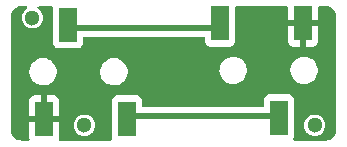
<source format=gtl>
G04 #@! TF.GenerationSoftware,KiCad,Pcbnew,(6.0.2)*
G04 #@! TF.CreationDate,2022-09-05T01:34:10-04:00*
G04 #@! TF.ProjectId,midi-trs-a-b-conveter,6d696469-2d74-4727-932d-612d622d636f,rev?*
G04 #@! TF.SameCoordinates,PX7c5bf00PY5fb3830*
G04 #@! TF.FileFunction,Copper,L1,Top*
G04 #@! TF.FilePolarity,Positive*
%FSLAX46Y46*%
G04 Gerber Fmt 4.6, Leading zero omitted, Abs format (unit mm)*
G04 Created by KiCad (PCBNEW (6.0.2)) date 2022-09-05 01:34:10*
%MOMM*%
%LPD*%
G01*
G04 APERTURE LIST*
G04 #@! TA.AperFunction,SMDPad,CuDef*
%ADD10R,1.500000X3.000000*%
G04 #@! TD*
G04 #@! TA.AperFunction,ComponentPad*
%ADD11C,1.300000*%
G04 #@! TD*
G04 #@! TA.AperFunction,Conductor*
%ADD12C,0.500000*%
G04 #@! TD*
G04 APERTURE END LIST*
D10*
G04 #@! TO.P,U1,1*
G04 #@! TO.N,GND*
X25450000Y10550000D03*
G04 #@! TO.P,U1,2*
G04 #@! TO.N,Net-(U1-Pad2)*
X18450000Y10550000D03*
G04 #@! TO.P,U1,3*
G04 #@! TO.N,Net-(U1-Pad3)*
X23450000Y2550000D03*
G04 #@! TD*
G04 #@! TO.P,U2,1*
G04 #@! TO.N,GND*
X3550000Y2430000D03*
G04 #@! TO.P,U2,2*
G04 #@! TO.N,Net-(U1-Pad3)*
X10550000Y2430000D03*
G04 #@! TO.P,U2,3*
G04 #@! TO.N,Net-(U1-Pad2)*
X5550000Y10430000D03*
G04 #@! TD*
D11*
G04 #@! TO.P,,1*
G04 #@! TO.N,N/C*
X6950000Y1900000D03*
G04 #@! TD*
G04 #@! TO.P,,1*
G04 #@! TO.N,N/C*
X26450000Y1900000D03*
G04 #@! TD*
G04 #@! TO.P,REF\u002A\u002A,1*
G04 #@! TO.N,N/C*
X2550000Y11000000D03*
G04 #@! TD*
D12*
G04 #@! TO.N,Net-(U1-Pad3)*
X10770000Y2650000D02*
X10550000Y2430000D01*
X23400000Y2650000D02*
X10770000Y2650000D01*
G04 #@! TO.N,Net-(U1-Pad2)*
X6300000Y10150000D02*
X18200000Y10150000D01*
G04 #@! TD*
G04 #@! TA.AperFunction,Conductor*
G04 #@! TO.N,GND*
G36*
X2063683Y11971998D02*
G01*
X2110176Y11918342D01*
X2120280Y11848068D01*
X2090786Y11783488D01*
X2069625Y11764066D01*
X1944129Y11672888D01*
X1939716Y11667986D01*
X1939714Y11667985D01*
X1914527Y11640012D01*
X1817467Y11532216D01*
X1722821Y11368284D01*
X1664326Y11188256D01*
X1663636Y11181695D01*
X1663636Y11181693D01*
X1661401Y11160423D01*
X1644540Y11000000D01*
X1645230Y10993435D01*
X1652055Y10928502D01*
X1664326Y10811744D01*
X1722821Y10631716D01*
X1817467Y10467784D01*
X1944129Y10327112D01*
X1949468Y10323233D01*
X1993111Y10291525D01*
X2097270Y10215849D01*
X2270197Y10138856D01*
X2368212Y10118022D01*
X2448897Y10100872D01*
X2448901Y10100872D01*
X2455354Y10099500D01*
X2644646Y10099500D01*
X2651099Y10100872D01*
X2651103Y10100872D01*
X2731788Y10118022D01*
X2829803Y10138856D01*
X3002730Y10215849D01*
X3106890Y10291525D01*
X3150532Y10323233D01*
X3155871Y10327112D01*
X3282533Y10467784D01*
X3377179Y10631716D01*
X3435674Y10811744D01*
X3447946Y10928502D01*
X3454770Y10993435D01*
X3455460Y11000000D01*
X3438599Y11160423D01*
X3436364Y11181693D01*
X3436364Y11181695D01*
X3435674Y11188256D01*
X3377179Y11368284D01*
X3282533Y11532216D01*
X3185473Y11640012D01*
X3160286Y11667985D01*
X3160284Y11667986D01*
X3155871Y11672888D01*
X3030376Y11764065D01*
X2987023Y11820286D01*
X2980948Y11891022D01*
X3014079Y11953814D01*
X3075899Y11988725D01*
X3104438Y11992000D01*
X4165500Y11992000D01*
X4233621Y11971998D01*
X4280114Y11918342D01*
X4291500Y11866000D01*
X4291500Y8881866D01*
X4298255Y8819684D01*
X4349385Y8683295D01*
X4436739Y8566739D01*
X4553295Y8479385D01*
X4689684Y8428255D01*
X4751866Y8421500D01*
X6348134Y8421500D01*
X6410316Y8428255D01*
X6546705Y8479385D01*
X6663261Y8566739D01*
X6750615Y8683295D01*
X6801745Y8819684D01*
X6808500Y8881866D01*
X6808500Y9265500D01*
X6828502Y9333621D01*
X6882158Y9380114D01*
X6934500Y9391500D01*
X17065500Y9391500D01*
X17133621Y9371498D01*
X17180114Y9317842D01*
X17191500Y9265500D01*
X17191500Y9001866D01*
X17198255Y8939684D01*
X17249385Y8803295D01*
X17336739Y8686739D01*
X17453295Y8599385D01*
X17589684Y8548255D01*
X17651866Y8541500D01*
X19248134Y8541500D01*
X19310316Y8548255D01*
X19446705Y8599385D01*
X19563261Y8686739D01*
X19650615Y8803295D01*
X19701745Y8939684D01*
X19708500Y9001866D01*
X19708500Y9005331D01*
X24192001Y9005331D01*
X24192371Y8998510D01*
X24197895Y8947648D01*
X24201521Y8932396D01*
X24246676Y8811946D01*
X24255214Y8796351D01*
X24331715Y8694276D01*
X24344276Y8681715D01*
X24446351Y8605214D01*
X24461946Y8596676D01*
X24582394Y8551522D01*
X24597649Y8547895D01*
X24648514Y8542369D01*
X24655328Y8542000D01*
X25177885Y8542000D01*
X25193124Y8546475D01*
X25194329Y8547865D01*
X25196000Y8555548D01*
X25196000Y8560116D01*
X25704000Y8560116D01*
X25708475Y8544877D01*
X25709865Y8543672D01*
X25717548Y8542001D01*
X26244669Y8542001D01*
X26251490Y8542371D01*
X26302352Y8547895D01*
X26317604Y8551521D01*
X26438054Y8596676D01*
X26453649Y8605214D01*
X26555724Y8681715D01*
X26568285Y8694276D01*
X26644786Y8796351D01*
X26653324Y8811946D01*
X26698478Y8932394D01*
X26702105Y8947649D01*
X26707631Y8998514D01*
X26708000Y9005328D01*
X26708000Y10277885D01*
X26703525Y10293124D01*
X26702135Y10294329D01*
X26694452Y10296000D01*
X25722115Y10296000D01*
X25706876Y10291525D01*
X25705671Y10290135D01*
X25704000Y10282452D01*
X25704000Y8560116D01*
X25196000Y8560116D01*
X25196000Y10277885D01*
X25191525Y10293124D01*
X25190135Y10294329D01*
X25182452Y10296000D01*
X24210116Y10296000D01*
X24194877Y10291525D01*
X24193672Y10290135D01*
X24192001Y10282452D01*
X24192001Y9005331D01*
X19708500Y9005331D01*
X19708500Y11866000D01*
X19728502Y11934121D01*
X19782158Y11980614D01*
X19834500Y11992000D01*
X24066000Y11992000D01*
X24134121Y11971998D01*
X24180614Y11918342D01*
X24192000Y11866000D01*
X24192000Y10822115D01*
X24196475Y10806876D01*
X24197865Y10805671D01*
X24205548Y10804000D01*
X26689884Y10804000D01*
X26705123Y10808475D01*
X26706328Y10809865D01*
X26707999Y10817548D01*
X26707999Y11866000D01*
X26728001Y11934121D01*
X26781657Y11980614D01*
X26833999Y11992000D01*
X27400672Y11992000D01*
X27420057Y11990500D01*
X27434858Y11988195D01*
X27434861Y11988195D01*
X27443730Y11986814D01*
X27454728Y11988252D01*
X27483411Y11988709D01*
X27592161Y11977998D01*
X27616383Y11973181D01*
X27741212Y11935315D01*
X27764030Y11925863D01*
X27879073Y11864371D01*
X27899605Y11850652D01*
X27980636Y11784151D01*
X28000436Y11767902D01*
X28017901Y11750437D01*
X28085568Y11667985D01*
X28100650Y11649607D01*
X28114371Y11629073D01*
X28166143Y11532216D01*
X28175862Y11514033D01*
X28185315Y11491212D01*
X28223181Y11366383D01*
X28227999Y11342158D01*
X28238044Y11240166D01*
X28237592Y11224123D01*
X28238305Y11224114D01*
X28238196Y11215145D01*
X28236814Y11206270D01*
X28238349Y11194534D01*
X28240936Y11174749D01*
X28242000Y11158411D01*
X28242000Y1449328D01*
X28240500Y1429944D01*
X28236814Y1406270D01*
X28238252Y1395272D01*
X28238709Y1366588D01*
X28227999Y1257842D01*
X28223181Y1233617D01*
X28185315Y1108788D01*
X28175863Y1085970D01*
X28130909Y1001866D01*
X28114373Y970930D01*
X28100652Y950395D01*
X28017902Y849564D01*
X28000437Y832099D01*
X27954634Y794509D01*
X27899607Y749350D01*
X27879073Y735629D01*
X27764030Y674137D01*
X27741212Y664685D01*
X27616383Y626819D01*
X27592161Y622002D01*
X27490164Y611956D01*
X27474123Y612408D01*
X27474114Y611695D01*
X27465145Y611804D01*
X27456270Y613186D01*
X27424749Y609064D01*
X27408411Y608000D01*
X24754874Y608000D01*
X24686753Y628002D01*
X24640260Y681658D01*
X24630156Y751932D01*
X24644354Y794509D01*
X24645232Y796112D01*
X24650615Y803295D01*
X24664365Y839971D01*
X24684024Y892414D01*
X24701745Y939684D01*
X24708500Y1001866D01*
X24708500Y1900000D01*
X25544540Y1900000D01*
X25545230Y1893435D01*
X25551517Y1833621D01*
X25564326Y1711744D01*
X25622821Y1531716D01*
X25626124Y1525994D01*
X25626125Y1525993D01*
X25707232Y1385512D01*
X25717467Y1367784D01*
X25721885Y1362877D01*
X25721886Y1362876D01*
X25816460Y1257842D01*
X25844129Y1227112D01*
X25849468Y1223233D01*
X25931680Y1163503D01*
X25997270Y1115849D01*
X26170197Y1038856D01*
X26268212Y1018022D01*
X26348897Y1000872D01*
X26348901Y1000872D01*
X26355354Y999500D01*
X26544646Y999500D01*
X26551099Y1000872D01*
X26551103Y1000872D01*
X26631788Y1018022D01*
X26729803Y1038856D01*
X26902730Y1115849D01*
X26968321Y1163503D01*
X27050532Y1223233D01*
X27055871Y1227112D01*
X27083541Y1257842D01*
X27178114Y1362876D01*
X27178115Y1362877D01*
X27182533Y1367784D01*
X27192768Y1385512D01*
X27273875Y1525993D01*
X27273876Y1525994D01*
X27277179Y1531716D01*
X27335674Y1711744D01*
X27348484Y1833621D01*
X27354770Y1893435D01*
X27355460Y1900000D01*
X27335674Y2088256D01*
X27277179Y2268284D01*
X27182533Y2432216D01*
X27055871Y2572888D01*
X26902730Y2684151D01*
X26729803Y2761144D01*
X26631788Y2781978D01*
X26551103Y2799128D01*
X26551099Y2799128D01*
X26544646Y2800500D01*
X26355354Y2800500D01*
X26348901Y2799128D01*
X26348897Y2799128D01*
X26268212Y2781978D01*
X26170197Y2761144D01*
X25997270Y2684151D01*
X25844129Y2572888D01*
X25717467Y2432216D01*
X25622821Y2268284D01*
X25564326Y2088256D01*
X25544540Y1900000D01*
X24708500Y1900000D01*
X24708500Y4098134D01*
X24701745Y4160316D01*
X24650615Y4296705D01*
X24563261Y4413261D01*
X24446705Y4500615D01*
X24310316Y4551745D01*
X24248134Y4558500D01*
X22651866Y4558500D01*
X22589684Y4551745D01*
X22453295Y4500615D01*
X22336739Y4413261D01*
X22249385Y4296705D01*
X22198255Y4160316D01*
X22191500Y4098134D01*
X22191500Y3534500D01*
X22171498Y3466379D01*
X22117842Y3419886D01*
X22065500Y3408500D01*
X11934500Y3408500D01*
X11866379Y3428502D01*
X11819886Y3482158D01*
X11808500Y3534500D01*
X11808500Y3978134D01*
X11801745Y4040316D01*
X11750615Y4176705D01*
X11663261Y4293261D01*
X11546705Y4380615D01*
X11410316Y4431745D01*
X11348134Y4438500D01*
X9751866Y4438500D01*
X9689684Y4431745D01*
X9553295Y4380615D01*
X9436739Y4293261D01*
X9349385Y4176705D01*
X9298255Y4040316D01*
X9291500Y3978134D01*
X9291500Y881866D01*
X9298255Y819684D01*
X9301028Y812286D01*
X9301030Y812279D01*
X9313795Y778228D01*
X9318978Y707421D01*
X9285056Y645053D01*
X9222801Y610924D01*
X9195813Y608000D01*
X4903653Y608000D01*
X4835532Y628002D01*
X4789039Y681658D01*
X4778935Y751932D01*
X4785671Y778229D01*
X4798478Y812391D01*
X4802105Y827649D01*
X4807631Y878514D01*
X4808000Y885328D01*
X4808000Y1900000D01*
X6044540Y1900000D01*
X6045230Y1893435D01*
X6051517Y1833621D01*
X6064326Y1711744D01*
X6122821Y1531716D01*
X6126124Y1525994D01*
X6126125Y1525993D01*
X6207232Y1385512D01*
X6217467Y1367784D01*
X6221885Y1362877D01*
X6221886Y1362876D01*
X6316460Y1257842D01*
X6344129Y1227112D01*
X6349468Y1223233D01*
X6431680Y1163503D01*
X6497270Y1115849D01*
X6670197Y1038856D01*
X6768212Y1018022D01*
X6848897Y1000872D01*
X6848901Y1000872D01*
X6855354Y999500D01*
X7044646Y999500D01*
X7051099Y1000872D01*
X7051103Y1000872D01*
X7131788Y1018022D01*
X7229803Y1038856D01*
X7402730Y1115849D01*
X7468321Y1163503D01*
X7550532Y1223233D01*
X7555871Y1227112D01*
X7583541Y1257842D01*
X7678114Y1362876D01*
X7678115Y1362877D01*
X7682533Y1367784D01*
X7692768Y1385512D01*
X7773875Y1525993D01*
X7773876Y1525994D01*
X7777179Y1531716D01*
X7835674Y1711744D01*
X7848484Y1833621D01*
X7854770Y1893435D01*
X7855460Y1900000D01*
X7835674Y2088256D01*
X7777179Y2268284D01*
X7682533Y2432216D01*
X7555871Y2572888D01*
X7402730Y2684151D01*
X7229803Y2761144D01*
X7131788Y2781978D01*
X7051103Y2799128D01*
X7051099Y2799128D01*
X7044646Y2800500D01*
X6855354Y2800500D01*
X6848901Y2799128D01*
X6848897Y2799128D01*
X6768212Y2781978D01*
X6670197Y2761144D01*
X6497270Y2684151D01*
X6344129Y2572888D01*
X6217467Y2432216D01*
X6122821Y2268284D01*
X6064326Y2088256D01*
X6044540Y1900000D01*
X4808000Y1900000D01*
X4808000Y2157885D01*
X4803525Y2173124D01*
X4802135Y2174329D01*
X4794452Y2176000D01*
X2310116Y2176000D01*
X2294877Y2171525D01*
X2293672Y2170135D01*
X2292001Y2162452D01*
X2292001Y885331D01*
X2292371Y878510D01*
X2297895Y827648D01*
X2301522Y812393D01*
X2314329Y778229D01*
X2319512Y707422D01*
X2285591Y645053D01*
X2223335Y610924D01*
X2196347Y608000D01*
X1599328Y608000D01*
X1579943Y609500D01*
X1565142Y611805D01*
X1565139Y611805D01*
X1556270Y613186D01*
X1545272Y611748D01*
X1516589Y611291D01*
X1407839Y622002D01*
X1383617Y626819D01*
X1258788Y664685D01*
X1235970Y674137D01*
X1120927Y735629D01*
X1100393Y749350D01*
X1045367Y794509D01*
X999563Y832099D01*
X982098Y849564D01*
X899348Y950395D01*
X885627Y970930D01*
X869092Y1001866D01*
X824137Y1085970D01*
X814685Y1108788D01*
X776819Y1233617D01*
X772001Y1257842D01*
X761956Y1359834D01*
X762408Y1375877D01*
X761695Y1375886D01*
X761804Y1384855D01*
X763186Y1393730D01*
X759064Y1425252D01*
X758000Y1441589D01*
X758000Y2702115D01*
X2292000Y2702115D01*
X2296475Y2686876D01*
X2297865Y2685671D01*
X2305548Y2684000D01*
X3277885Y2684000D01*
X3293124Y2688475D01*
X3294329Y2689865D01*
X3296000Y2697548D01*
X3296000Y2702115D01*
X3804000Y2702115D01*
X3808475Y2686876D01*
X3809865Y2685671D01*
X3817548Y2684000D01*
X4789884Y2684000D01*
X4805123Y2688475D01*
X4806328Y2689865D01*
X4807999Y2697548D01*
X4807999Y3974669D01*
X4807629Y3981490D01*
X4802105Y4032352D01*
X4798479Y4047604D01*
X4753324Y4168054D01*
X4744786Y4183649D01*
X4668285Y4285724D01*
X4655724Y4298285D01*
X4553649Y4374786D01*
X4538054Y4383324D01*
X4417606Y4428478D01*
X4402351Y4432105D01*
X4351486Y4437631D01*
X4344672Y4438000D01*
X3822115Y4438000D01*
X3806876Y4433525D01*
X3805671Y4432135D01*
X3804000Y4424452D01*
X3804000Y2702115D01*
X3296000Y2702115D01*
X3296000Y4419884D01*
X3291525Y4435123D01*
X3290135Y4436328D01*
X3282452Y4437999D01*
X2755331Y4437999D01*
X2748510Y4437629D01*
X2697648Y4432105D01*
X2682396Y4428479D01*
X2561946Y4383324D01*
X2546351Y4374786D01*
X2444276Y4298285D01*
X2431715Y4285724D01*
X2355214Y4183649D01*
X2346676Y4168054D01*
X2301522Y4047606D01*
X2297895Y4032351D01*
X2292369Y3981486D01*
X2292000Y3974672D01*
X2292000Y2702115D01*
X758000Y2702115D01*
X758000Y6338716D01*
X2290124Y6338716D01*
X2291103Y6333019D01*
X2291103Y6333018D01*
X2310599Y6219559D01*
X2326181Y6128874D01*
X2399875Y5929116D01*
X2508739Y5746134D01*
X2649125Y5586054D01*
X2816333Y5454238D01*
X2821444Y5451549D01*
X2821447Y5451547D01*
X2908987Y5405490D01*
X3004762Y5355100D01*
X3010283Y5353386D01*
X3010287Y5353384D01*
X3180623Y5300494D01*
X3208102Y5291961D01*
X3380982Y5271500D01*
X3504013Y5271500D01*
X3589645Y5279368D01*
X3656270Y5285490D01*
X3656273Y5285491D01*
X3662024Y5286019D01*
X3683093Y5291961D01*
X3861389Y5342246D01*
X3861391Y5342247D01*
X3866948Y5343814D01*
X3872123Y5346366D01*
X3872128Y5346368D01*
X4052727Y5435430D01*
X4057908Y5437985D01*
X4092498Y5463814D01*
X4215187Y5555430D01*
X4228509Y5565378D01*
X4373037Y5721729D01*
X4486653Y5901799D01*
X4565551Y6099559D01*
X4570305Y6123456D01*
X4605962Y6302718D01*
X4605962Y6302720D01*
X4607089Y6308385D01*
X4607412Y6333018D01*
X4607487Y6338716D01*
X8290124Y6338716D01*
X8291103Y6333019D01*
X8291103Y6333018D01*
X8310599Y6219559D01*
X8326181Y6128874D01*
X8399875Y5929116D01*
X8508739Y5746134D01*
X8649125Y5586054D01*
X8816333Y5454238D01*
X8821444Y5451549D01*
X8821447Y5451547D01*
X8908987Y5405490D01*
X9004762Y5355100D01*
X9010283Y5353386D01*
X9010287Y5353384D01*
X9180623Y5300494D01*
X9208102Y5291961D01*
X9380982Y5271500D01*
X9504013Y5271500D01*
X9589645Y5279368D01*
X9656270Y5285490D01*
X9656273Y5285491D01*
X9662024Y5286019D01*
X9683093Y5291961D01*
X9861389Y5342246D01*
X9861391Y5342247D01*
X9866948Y5343814D01*
X9872123Y5346366D01*
X9872128Y5346368D01*
X10052727Y5435430D01*
X10057908Y5437985D01*
X10092498Y5463814D01*
X10215187Y5555430D01*
X10228509Y5565378D01*
X10373037Y5721729D01*
X10486653Y5901799D01*
X10565551Y6099559D01*
X10570305Y6123456D01*
X10605962Y6302718D01*
X10605962Y6302720D01*
X10607089Y6308385D01*
X10607412Y6333018D01*
X10608660Y6428385D01*
X10609057Y6458716D01*
X18390124Y6458716D01*
X18391103Y6453019D01*
X18391103Y6453018D01*
X18411723Y6333018D01*
X18426181Y6248874D01*
X18499875Y6049116D01*
X18608739Y5866134D01*
X18749125Y5706054D01*
X18916333Y5574238D01*
X18921444Y5571549D01*
X18921447Y5571547D01*
X19024961Y5517085D01*
X19104762Y5475100D01*
X19110283Y5473386D01*
X19110287Y5473384D01*
X19280623Y5420494D01*
X19308102Y5411961D01*
X19480982Y5391500D01*
X19604013Y5391500D01*
X19689645Y5399368D01*
X19756270Y5405490D01*
X19756273Y5405491D01*
X19762024Y5406019D01*
X19783093Y5411961D01*
X19961389Y5462246D01*
X19961391Y5462247D01*
X19966948Y5463814D01*
X19972123Y5466366D01*
X19972128Y5466368D01*
X20152727Y5555430D01*
X20157908Y5557985D01*
X20167809Y5565378D01*
X20323886Y5681926D01*
X20328509Y5685378D01*
X20473037Y5841729D01*
X20586653Y6021799D01*
X20665551Y6219559D01*
X20670305Y6243456D01*
X20705962Y6422718D01*
X20705962Y6422720D01*
X20707089Y6428385D01*
X20707412Y6453018D01*
X20707487Y6458716D01*
X24390124Y6458716D01*
X24391103Y6453019D01*
X24391103Y6453018D01*
X24411723Y6333018D01*
X24426181Y6248874D01*
X24499875Y6049116D01*
X24608739Y5866134D01*
X24749125Y5706054D01*
X24916333Y5574238D01*
X24921444Y5571549D01*
X24921447Y5571547D01*
X25024961Y5517085D01*
X25104762Y5475100D01*
X25110283Y5473386D01*
X25110287Y5473384D01*
X25280623Y5420494D01*
X25308102Y5411961D01*
X25480982Y5391500D01*
X25604013Y5391500D01*
X25689645Y5399368D01*
X25756270Y5405490D01*
X25756273Y5405491D01*
X25762024Y5406019D01*
X25783093Y5411961D01*
X25961389Y5462246D01*
X25961391Y5462247D01*
X25966948Y5463814D01*
X25972123Y5466366D01*
X25972128Y5466368D01*
X26152727Y5555430D01*
X26157908Y5557985D01*
X26167809Y5565378D01*
X26323886Y5681926D01*
X26328509Y5685378D01*
X26473037Y5841729D01*
X26586653Y6021799D01*
X26665551Y6219559D01*
X26670305Y6243456D01*
X26705962Y6422718D01*
X26705962Y6422720D01*
X26707089Y6428385D01*
X26707412Y6453018D01*
X26709800Y6635502D01*
X26709876Y6641284D01*
X26704664Y6671615D01*
X26674797Y6845436D01*
X26674796Y6845439D01*
X26673819Y6851126D01*
X26600125Y7050884D01*
X26491261Y7233866D01*
X26350875Y7393946D01*
X26183667Y7525762D01*
X26178556Y7528451D01*
X26178553Y7528453D01*
X26064928Y7588234D01*
X25995238Y7624900D01*
X25989717Y7626614D01*
X25989713Y7626616D01*
X25797421Y7686324D01*
X25797422Y7686324D01*
X25791898Y7688039D01*
X25619018Y7708500D01*
X25495987Y7708500D01*
X25410355Y7700632D01*
X25343730Y7694510D01*
X25343727Y7694509D01*
X25337976Y7693981D01*
X25332417Y7692413D01*
X25332416Y7692413D01*
X25138611Y7637754D01*
X25138609Y7637753D01*
X25133052Y7636186D01*
X25127877Y7633634D01*
X25127872Y7633632D01*
X25003733Y7572413D01*
X24942092Y7542015D01*
X24937466Y7538561D01*
X24937465Y7538560D01*
X24904082Y7513632D01*
X24771491Y7414622D01*
X24626963Y7258271D01*
X24513347Y7078201D01*
X24434449Y6880441D01*
X24433323Y6874781D01*
X24433322Y6874777D01*
X24394038Y6677282D01*
X24392911Y6671615D01*
X24392835Y6665840D01*
X24392835Y6665836D01*
X24392514Y6641284D01*
X24390124Y6458716D01*
X20707487Y6458716D01*
X20709800Y6635502D01*
X20709876Y6641284D01*
X20704664Y6671615D01*
X20674797Y6845436D01*
X20674796Y6845439D01*
X20673819Y6851126D01*
X20600125Y7050884D01*
X20491261Y7233866D01*
X20350875Y7393946D01*
X20183667Y7525762D01*
X20178556Y7528451D01*
X20178553Y7528453D01*
X20064928Y7588234D01*
X19995238Y7624900D01*
X19989717Y7626614D01*
X19989713Y7626616D01*
X19797421Y7686324D01*
X19797422Y7686324D01*
X19791898Y7688039D01*
X19619018Y7708500D01*
X19495987Y7708500D01*
X19410355Y7700632D01*
X19343730Y7694510D01*
X19343727Y7694509D01*
X19337976Y7693981D01*
X19332417Y7692413D01*
X19332416Y7692413D01*
X19138611Y7637754D01*
X19138609Y7637753D01*
X19133052Y7636186D01*
X19127877Y7633634D01*
X19127872Y7633632D01*
X19003733Y7572413D01*
X18942092Y7542015D01*
X18937466Y7538561D01*
X18937465Y7538560D01*
X18904082Y7513632D01*
X18771491Y7414622D01*
X18626963Y7258271D01*
X18513347Y7078201D01*
X18434449Y6880441D01*
X18433323Y6874781D01*
X18433322Y6874777D01*
X18394038Y6677282D01*
X18392911Y6671615D01*
X18392835Y6665840D01*
X18392835Y6665836D01*
X18392514Y6641284D01*
X18390124Y6458716D01*
X10609057Y6458716D01*
X10609876Y6521284D01*
X10604664Y6551615D01*
X10574797Y6725436D01*
X10574796Y6725439D01*
X10573819Y6731126D01*
X10500125Y6930884D01*
X10391261Y7113866D01*
X10250875Y7273946D01*
X10083667Y7405762D01*
X10078556Y7408451D01*
X10078553Y7408453D01*
X9975039Y7462915D01*
X9895238Y7504900D01*
X9889717Y7506614D01*
X9889713Y7506616D01*
X9697421Y7566324D01*
X9697422Y7566324D01*
X9691898Y7568039D01*
X9519018Y7588500D01*
X9395987Y7588500D01*
X9310355Y7580632D01*
X9243730Y7574510D01*
X9243727Y7574509D01*
X9237976Y7573981D01*
X9232417Y7572413D01*
X9232416Y7572413D01*
X9038611Y7517754D01*
X9038609Y7517753D01*
X9033052Y7516186D01*
X9027877Y7513634D01*
X9027872Y7513632D01*
X9004705Y7502207D01*
X8842092Y7422015D01*
X8837466Y7418561D01*
X8837465Y7418560D01*
X8826515Y7410383D01*
X8671491Y7294622D01*
X8526963Y7138271D01*
X8413347Y6958201D01*
X8334449Y6760441D01*
X8333323Y6754781D01*
X8333322Y6754777D01*
X8310747Y6641284D01*
X8292911Y6551615D01*
X8292835Y6545840D01*
X8292835Y6545836D01*
X8291695Y6458716D01*
X8290124Y6338716D01*
X4607487Y6338716D01*
X4608660Y6428385D01*
X4609876Y6521284D01*
X4604664Y6551615D01*
X4574797Y6725436D01*
X4574796Y6725439D01*
X4573819Y6731126D01*
X4500125Y6930884D01*
X4391261Y7113866D01*
X4250875Y7273946D01*
X4083667Y7405762D01*
X4078556Y7408451D01*
X4078553Y7408453D01*
X3975039Y7462915D01*
X3895238Y7504900D01*
X3889717Y7506614D01*
X3889713Y7506616D01*
X3697421Y7566324D01*
X3697422Y7566324D01*
X3691898Y7568039D01*
X3519018Y7588500D01*
X3395987Y7588500D01*
X3310355Y7580632D01*
X3243730Y7574510D01*
X3243727Y7574509D01*
X3237976Y7573981D01*
X3232417Y7572413D01*
X3232416Y7572413D01*
X3038611Y7517754D01*
X3038609Y7517753D01*
X3033052Y7516186D01*
X3027877Y7513634D01*
X3027872Y7513632D01*
X3004705Y7502207D01*
X2842092Y7422015D01*
X2837466Y7418561D01*
X2837465Y7418560D01*
X2826515Y7410383D01*
X2671491Y7294622D01*
X2526963Y7138271D01*
X2413347Y6958201D01*
X2334449Y6760441D01*
X2333323Y6754781D01*
X2333322Y6754777D01*
X2310747Y6641284D01*
X2292911Y6551615D01*
X2292835Y6545840D01*
X2292835Y6545836D01*
X2291695Y6458716D01*
X2290124Y6338716D01*
X758000Y6338716D01*
X758000Y11150672D01*
X759500Y11170057D01*
X761805Y11184858D01*
X761805Y11184861D01*
X763186Y11193730D01*
X761748Y11204728D01*
X761291Y11233412D01*
X772001Y11342158D01*
X776819Y11366383D01*
X814685Y11491212D01*
X824138Y11514033D01*
X833857Y11532216D01*
X885629Y11629073D01*
X899350Y11649607D01*
X914433Y11667985D01*
X982099Y11750437D01*
X999564Y11767902D01*
X1019364Y11784151D01*
X1100395Y11850652D01*
X1120927Y11864371D01*
X1235970Y11925863D01*
X1258788Y11935315D01*
X1383617Y11973181D01*
X1407839Y11977998D01*
X1509836Y11988044D01*
X1525877Y11987592D01*
X1525886Y11988305D01*
X1534855Y11988196D01*
X1543730Y11986814D01*
X1575252Y11990936D01*
X1591589Y11992000D01*
X1995562Y11992000D01*
X2063683Y11971998D01*
G37*
G04 #@! TD.AperFunction*
G04 #@! TD*
M02*

</source>
